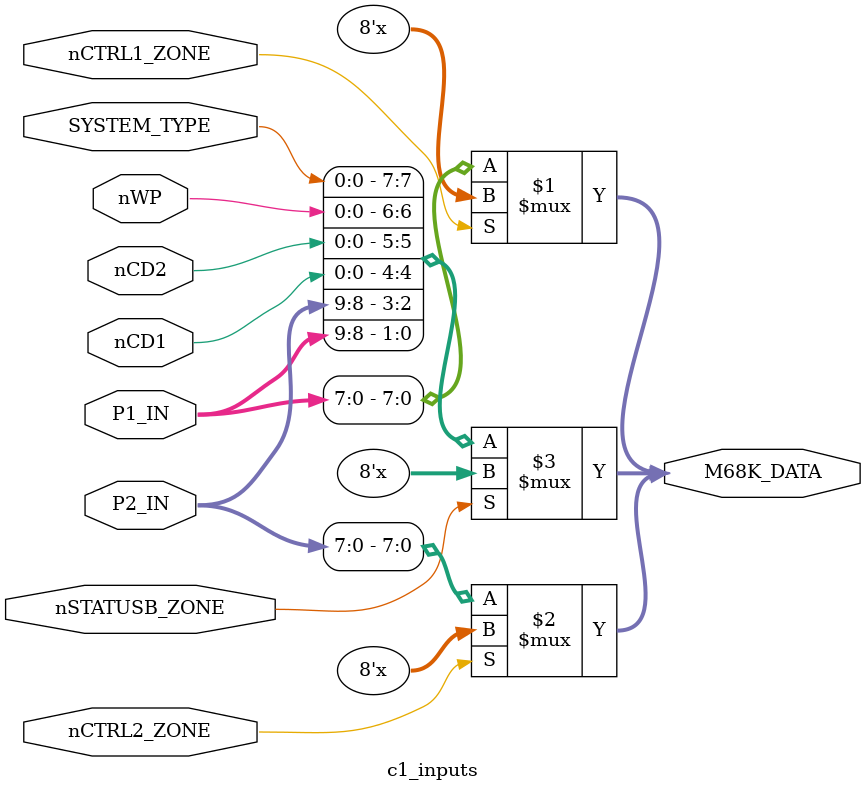
<source format=v>


module c1_inputs(
	input nCTRL1_ZONE,
	input nCTRL2_ZONE,
	input nSTATUSB_ZONE,
	output [15:8] M68K_DATA,
	input [9:0] P1_IN,
	input [9:0] P2_IN,
	input nWP, nCD2, nCD1,
	input SYSTEM_TYPE
);

	// REG_P1CNT
	assign M68K_DATA[15:8] = nCTRL1_ZONE ? 8'bzzzzzzzz : P1_IN[7:0];
	// REG_P2CNT
	assign M68K_DATA[15:8] = nCTRL2_ZONE ? 8'bzzzzzzzz : P2_IN[7:0];
	
	// REG_STATUS_B
	assign M68K_DATA[15:8] = nSTATUSB_ZONE ? 8'bzzzzzzzz : {SYSTEM_TYPE, nWP, nCD2, nCD1, P2_IN[9:8], P1_IN[9:8]};
	
endmodule

</source>
